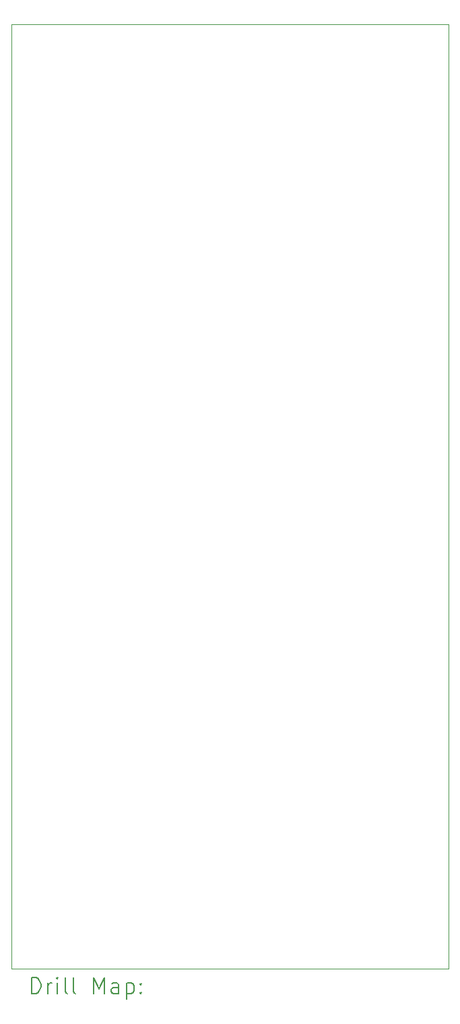
<source format=gbr>
%TF.GenerationSoftware,KiCad,Pcbnew,9.0.5*%
%TF.CreationDate,2025-11-23T21:58:28+00:00*%
%TF.ProjectId,OpenThermShield,4f70656e-5468-4657-926d-536869656c64,rev?*%
%TF.SameCoordinates,Original*%
%TF.FileFunction,Drillmap*%
%TF.FilePolarity,Positive*%
%FSLAX45Y45*%
G04 Gerber Fmt 4.5, Leading zero omitted, Abs format (unit mm)*
G04 Created by KiCad (PCBNEW 9.0.5) date 2025-11-23 21:58:28*
%MOMM*%
%LPD*%
G01*
G04 APERTURE LIST*
%ADD10C,0.050000*%
%ADD11C,0.200000*%
G04 APERTURE END LIST*
D10*
X8650000Y-4450000D02*
X14150000Y-4450000D01*
X14150000Y-16300000D01*
X8650000Y-16300000D01*
X8650000Y-4450000D01*
D11*
X8908277Y-16613984D02*
X8908277Y-16413984D01*
X8908277Y-16413984D02*
X8955896Y-16413984D01*
X8955896Y-16413984D02*
X8984467Y-16423508D01*
X8984467Y-16423508D02*
X9003515Y-16442555D01*
X9003515Y-16442555D02*
X9013039Y-16461603D01*
X9013039Y-16461603D02*
X9022563Y-16499698D01*
X9022563Y-16499698D02*
X9022563Y-16528269D01*
X9022563Y-16528269D02*
X9013039Y-16566365D01*
X9013039Y-16566365D02*
X9003515Y-16585412D01*
X9003515Y-16585412D02*
X8984467Y-16604460D01*
X8984467Y-16604460D02*
X8955896Y-16613984D01*
X8955896Y-16613984D02*
X8908277Y-16613984D01*
X9108277Y-16613984D02*
X9108277Y-16480650D01*
X9108277Y-16518746D02*
X9117801Y-16499698D01*
X9117801Y-16499698D02*
X9127324Y-16490174D01*
X9127324Y-16490174D02*
X9146372Y-16480650D01*
X9146372Y-16480650D02*
X9165420Y-16480650D01*
X9232086Y-16613984D02*
X9232086Y-16480650D01*
X9232086Y-16413984D02*
X9222563Y-16423508D01*
X9222563Y-16423508D02*
X9232086Y-16433031D01*
X9232086Y-16433031D02*
X9241610Y-16423508D01*
X9241610Y-16423508D02*
X9232086Y-16413984D01*
X9232086Y-16413984D02*
X9232086Y-16433031D01*
X9355896Y-16613984D02*
X9336848Y-16604460D01*
X9336848Y-16604460D02*
X9327324Y-16585412D01*
X9327324Y-16585412D02*
X9327324Y-16413984D01*
X9460658Y-16613984D02*
X9441610Y-16604460D01*
X9441610Y-16604460D02*
X9432086Y-16585412D01*
X9432086Y-16585412D02*
X9432086Y-16413984D01*
X9689229Y-16613984D02*
X9689229Y-16413984D01*
X9689229Y-16413984D02*
X9755896Y-16556841D01*
X9755896Y-16556841D02*
X9822563Y-16413984D01*
X9822563Y-16413984D02*
X9822563Y-16613984D01*
X10003515Y-16613984D02*
X10003515Y-16509222D01*
X10003515Y-16509222D02*
X9993991Y-16490174D01*
X9993991Y-16490174D02*
X9974944Y-16480650D01*
X9974944Y-16480650D02*
X9936848Y-16480650D01*
X9936848Y-16480650D02*
X9917801Y-16490174D01*
X10003515Y-16604460D02*
X9984467Y-16613984D01*
X9984467Y-16613984D02*
X9936848Y-16613984D01*
X9936848Y-16613984D02*
X9917801Y-16604460D01*
X9917801Y-16604460D02*
X9908277Y-16585412D01*
X9908277Y-16585412D02*
X9908277Y-16566365D01*
X9908277Y-16566365D02*
X9917801Y-16547317D01*
X9917801Y-16547317D02*
X9936848Y-16537793D01*
X9936848Y-16537793D02*
X9984467Y-16537793D01*
X9984467Y-16537793D02*
X10003515Y-16528269D01*
X10098753Y-16480650D02*
X10098753Y-16680650D01*
X10098753Y-16490174D02*
X10117801Y-16480650D01*
X10117801Y-16480650D02*
X10155896Y-16480650D01*
X10155896Y-16480650D02*
X10174944Y-16490174D01*
X10174944Y-16490174D02*
X10184467Y-16499698D01*
X10184467Y-16499698D02*
X10193991Y-16518746D01*
X10193991Y-16518746D02*
X10193991Y-16575888D01*
X10193991Y-16575888D02*
X10184467Y-16594936D01*
X10184467Y-16594936D02*
X10174944Y-16604460D01*
X10174944Y-16604460D02*
X10155896Y-16613984D01*
X10155896Y-16613984D02*
X10117801Y-16613984D01*
X10117801Y-16613984D02*
X10098753Y-16604460D01*
X10279705Y-16594936D02*
X10289229Y-16604460D01*
X10289229Y-16604460D02*
X10279705Y-16613984D01*
X10279705Y-16613984D02*
X10270182Y-16604460D01*
X10270182Y-16604460D02*
X10279705Y-16594936D01*
X10279705Y-16594936D02*
X10279705Y-16613984D01*
X10279705Y-16490174D02*
X10289229Y-16499698D01*
X10289229Y-16499698D02*
X10279705Y-16509222D01*
X10279705Y-16509222D02*
X10270182Y-16499698D01*
X10270182Y-16499698D02*
X10279705Y-16490174D01*
X10279705Y-16490174D02*
X10279705Y-16509222D01*
M02*

</source>
